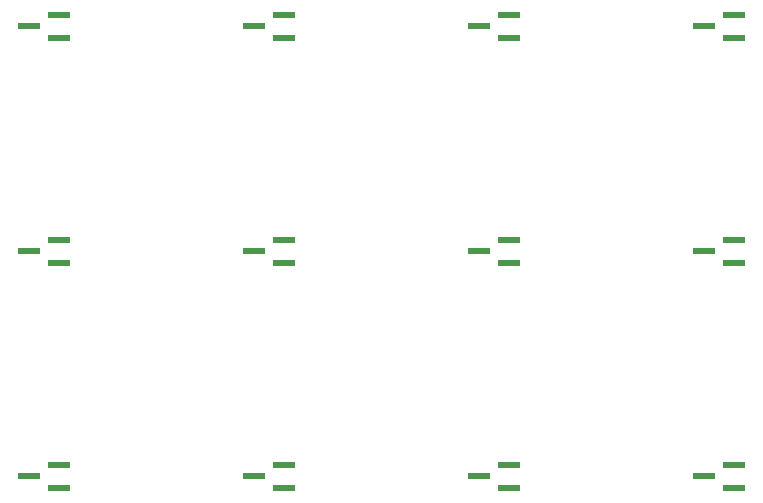
<source format=gbp>
%TF.GenerationSoftware,KiCad,Pcbnew,7.0.8*%
%TF.CreationDate,2024-07-17T11:45:19-04:00*%
%TF.ProjectId,analog-macropad,616e616c-6f67-42d6-9d61-63726f706164,v01*%
%TF.SameCoordinates,Original*%
%TF.FileFunction,Paste,Bot*%
%TF.FilePolarity,Positive*%
%FSLAX46Y46*%
G04 Gerber Fmt 4.6, Leading zero omitted, Abs format (unit mm)*
G04 Created by KiCad (PCBNEW 7.0.8) date 2024-07-17 11:45:19*
%MOMM*%
%LPD*%
G01*
G04 APERTURE LIST*
G04 Aperture macros list*
%AMRoundRect*
0 Rectangle with rounded corners*
0 $1 Rounding radius*
0 $2 $3 $4 $5 $6 $7 $8 $9 X,Y pos of 4 corners*
0 Add a 4 corners polygon primitive as box body*
4,1,4,$2,$3,$4,$5,$6,$7,$8,$9,$2,$3,0*
0 Add four circle primitives for the rounded corners*
1,1,$1+$1,$2,$3*
1,1,$1+$1,$4,$5*
1,1,$1+$1,$6,$7*
1,1,$1+$1,$8,$9*
0 Add four rect primitives between the rounded corners*
20,1,$1+$1,$2,$3,$4,$5,0*
20,1,$1+$1,$4,$5,$6,$7,0*
20,1,$1+$1,$6,$7,$8,$9,0*
20,1,$1+$1,$8,$9,$2,$3,0*%
G04 Aperture macros list end*
%ADD10RoundRect,0.073750X-0.840450X-0.221250X0.840450X-0.221250X0.840450X0.221250X-0.840450X0.221250X0*%
%ADD11RoundRect,0.073750X-0.841450X-0.221250X0.841450X-0.221250X0.841450X0.221250X-0.841450X0.221250X0*%
G04 APERTURE END LIST*
D10*
%TO.C,U8*%
X150368200Y-103698000D03*
X150368200Y-105598000D03*
D11*
X147828800Y-104648000D03*
%TD*%
D10*
%TO.C,U13*%
X169418200Y-141798000D03*
X169418200Y-143698000D03*
D11*
X166878800Y-142748000D03*
%TD*%
D10*
%TO.C,U7*%
X131318200Y-141798000D03*
X131318200Y-143698000D03*
D11*
X128778800Y-142748000D03*
%TD*%
D10*
%TO.C,U3*%
X112268200Y-122748000D03*
X112268200Y-124648000D03*
D11*
X109728800Y-123698000D03*
%TD*%
D10*
%TO.C,U10*%
X150368200Y-141798000D03*
X150368200Y-143698000D03*
D11*
X147828800Y-142748000D03*
%TD*%
D10*
%TO.C,U9*%
X150368200Y-122748000D03*
X150368200Y-124648000D03*
D11*
X147828800Y-123698000D03*
%TD*%
D10*
%TO.C,U12*%
X169418200Y-122748000D03*
X169418200Y-124648000D03*
D11*
X166878800Y-123698000D03*
%TD*%
D10*
%TO.C,U2*%
X112269200Y-103698000D03*
X112269200Y-105598000D03*
D11*
X109729800Y-104648000D03*
%TD*%
D10*
%TO.C,U4*%
X112268200Y-141798000D03*
X112268200Y-143698000D03*
D11*
X109728800Y-142748000D03*
%TD*%
D10*
%TO.C,U6*%
X131318200Y-122748000D03*
X131318200Y-124648000D03*
D11*
X128778800Y-123698000D03*
%TD*%
D10*
%TO.C,U11*%
X169418200Y-103698000D03*
X169418200Y-105598000D03*
D11*
X166878800Y-104648000D03*
%TD*%
D10*
%TO.C,U5*%
X131318200Y-103698000D03*
X131318200Y-105598000D03*
D11*
X128778800Y-104648000D03*
%TD*%
M02*

</source>
